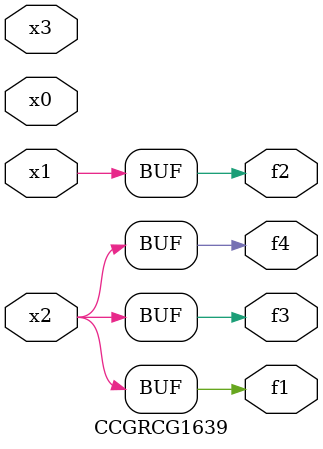
<source format=v>
module CCGRCG1639(
	input x0, x1, x2, x3,
	output f1, f2, f3, f4
);
	assign f1 = x2;
	assign f2 = x1;
	assign f3 = x2;
	assign f4 = x2;
endmodule

</source>
